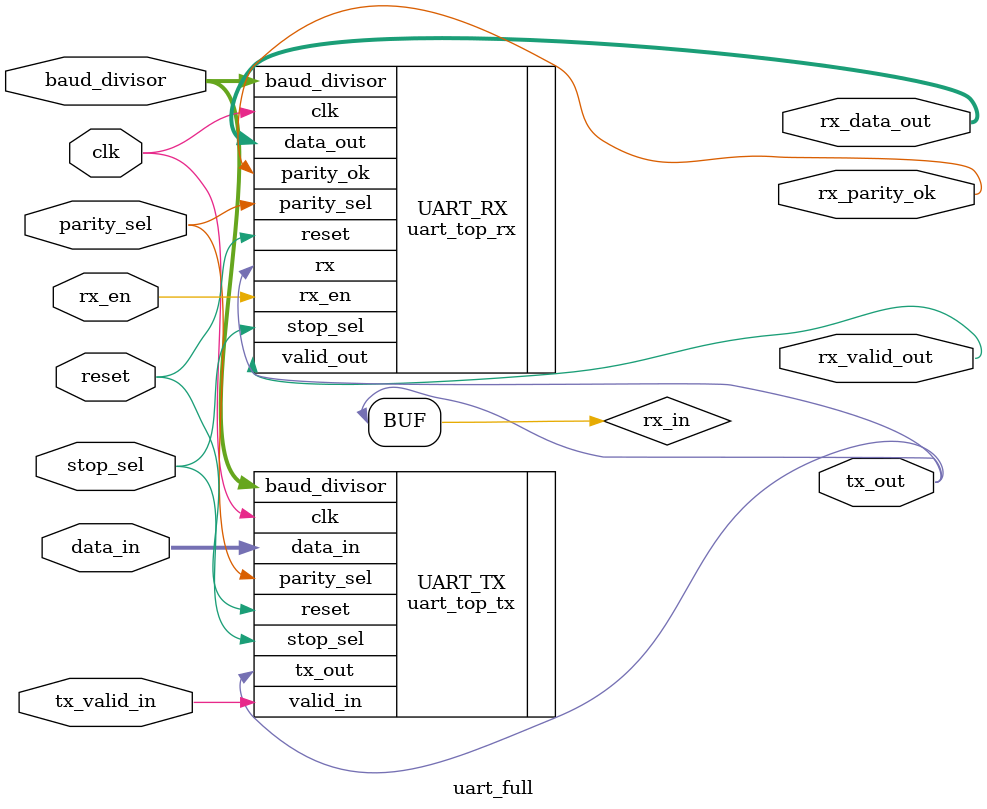
<source format=sv>
module uart_full(
    input logic clk, reset,
    input logic tx_valid_in, rx_en, parity_sel, stop_sel,
    input logic [7:0] data_in,
    input logic [11:0] baud_divisor,
    output logic [7:0] rx_data_out,
    output logic tx_out, rx_valid_out, rx_parity_ok
);

    // Internal signals
     // Transmitter output connected to receiver input
    logic rx_in;  // Receiver input connected to transmitter output

    // UART Transmitter
    uart_top_tx UART_TX (
        .clk(clk),
        .reset(reset),
        .valid_in(tx_valid_in),
        .parity_sel(parity_sel),
        .stop_sel(stop_sel),
        .data_in(data_in), // Corrected port name
        .baud_divisor(baud_divisor),
        .tx_out(tx_out) // Corrected port name
    );

    // UART Receiver
    uart_top_rx UART_RX (
        .clk(clk),
        .reset(reset),
        .rx(tx_out), // Connect transmitter output to receiver input
        .parity_sel(parity_sel),
        .stop_sel(stop_sel),
        .rx_en(rx_en),
        .baud_divisor(baud_divisor),
        .data_out(rx_data_out),
        .valid_out(rx_valid_out),
        .parity_ok(rx_parity_ok)
    );

    // Assign transmitter output to receiver input
    assign rx_in = tx_out;

endmodule
</source>
